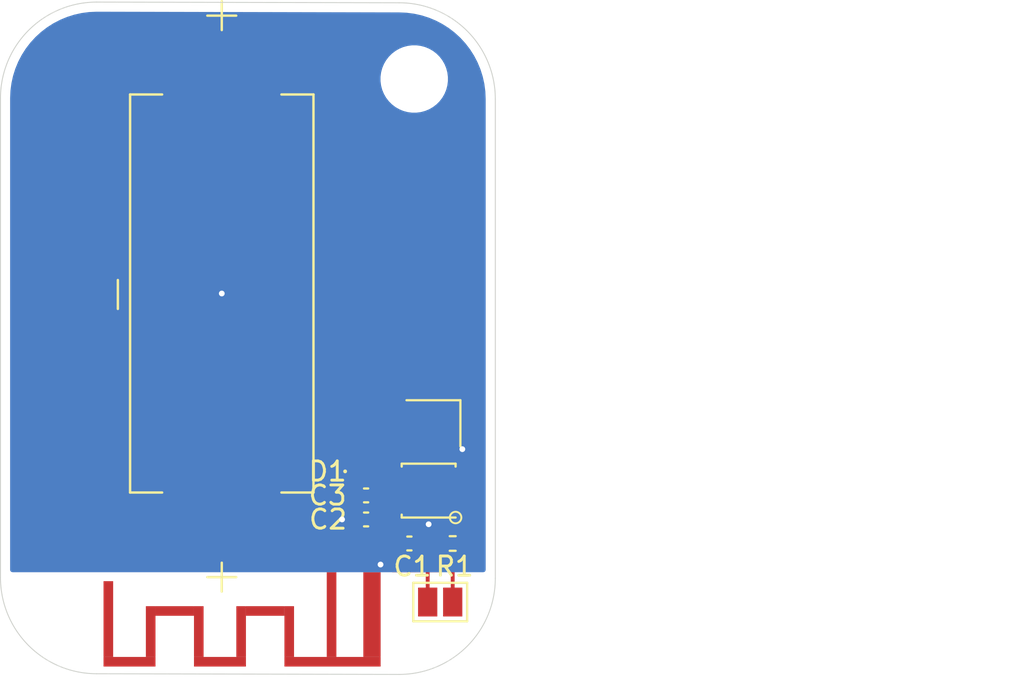
<source format=kicad_pcb>
(kicad_pcb (version 20240108) (generator "pcbnew") (generator_version "8.0")
  (layers (0 "F.Cu" signal) (31 "B.Cu" signal) (34 "B.Paste" user) (35 "F.Paste" user) (36 "B.SilkS" user "B.Silkscreen") (37 "F.SilkS" user "F.Silkscreen") (38 "B.Mask" user) (39 "F.Mask" user) (44 "Edge.Cuts" user))
  (net 0 "")
  (net 1 "Net-(U1-RF_TX)")
  (net 2 "GND")
  (net 3 "VCC")
  (net 4 "VDD")
  (net 5 "TXD")
  (net 6 "RXD")
  (net 7 "Net-(U1-XO_N)")
  (net 8 "Net-(U1-XO_P)")
  (net 9 "Net-(JP1-B)")
  (footprint "Capacitor_SMD:C_0402_1005Metric" (layer "F.Cu") (at 121.25 128.155 180)
    (property "Reference" "C1" (at -0.15 -1.195 0) (layer "F.SilkS"))
    (property "Value" "100n" (hide yes))
    (fp_line (start -0.107836 0.36) (end 0.107836 0.36) (stroke (width 0.12)) (layer "F.SilkS"))
    (fp_line (start -0.107836 -0.36) (end 0.107836 -0.36) (stroke (width 0.12)) (layer "F.SilkS"))
    (pad "1" smd roundrect (at -0.48 0 180) (size 0.56 0.62) (layers "F.Cu" "F.Paste" "F.Mask") (net 9 "Net-(JP1-B)"))
    (pad "2" smd roundrect (at 0.48 0 180) (size 0.56 0.62) (layers "F.Cu" "F.Paste" "F.Mask") (net 2 "GND"))
  )
  (footprint "Crystal:Crystal_SMD_SeikoEpson_FA128-4Pin_2.0x1.6mm" (layer "F.Cu") (at 122.5 121.905 180)
    (property "Reference" "Y1" (hide yes))
    (property "Value" "Crystal_26MHz" (hide yes))
    (fp_line (start -1.4 1.2) (end 1.4 1.2) (stroke (width 0.12)) (layer "F.SilkS"))
    (fp_line (start -1.4 -1.2) (end -1.4 1.2) (stroke (width 0.12)) (layer "F.SilkS"))
    (pad "1" smd roundrect (at -0.725 0.575 180) (size 0.95 0.85) (layers "F.Cu" "F.Paste" "F.Mask") (roundrect_rratio 0.12) (net 7 "Net-(U1-XO_N)"))
    (pad "2" smd roundrect (at 0.725 0.575 180) (size 0.95 0.85) (layers "F.Cu" "F.Paste" "F.Mask") (roundrect_rratio 0.12) (net 2 "GND"))
    (pad "3" smd roundrect (at 0.725 -0.575 180) (size 0.95 0.85) (layers "F.Cu" "F.Paste" "F.Mask") (roundrect_rratio 0.12) (net 8 "Net-(U1-XO_P)"))
    (pad "4" smd roundrect (at -0.725 -0.575 180) (size 0.95 0.85) (layers "F.Cu" "F.Paste" "F.Mask") (roundrect_rratio 0.12) (net 2 "GND"))
  )
  (footprint "project:rf_2.4ghz_pcb_antenna" (layer "F.Cu") (at 120.255 134.855 180)
    (property "Reference" "AE1" (hide yes))
    (property "Value" "Antenna_Loop" (hide yes))
    (fp_rect (start 14.4 0.8) (end 14.9 4.74) (fill solid) (layer "F.Cu"))
    (fp_rect (start 12.2 0.8) (end 12.7 3.44) (fill solid) (layer "F.Cu"))
    (fp_rect (start 12.2 0.3) (end 14.9 0.8) (fill solid) (layer "F.Cu"))
    (fp_rect (start 10.2 2.94) (end 12.2 3.44) (fill solid) (layer "F.Cu"))
    (fp_rect (start 9.7 0.8) (end 10.2 3.44) (fill solid) (layer "F.Cu"))
    (fp_rect (start 7.5 0.8) (end 8 3.44) (fill solid) (layer "F.Cu"))
    (fp_rect (start 7.5 0.3) (end 10.2 0.8) (fill solid) (layer "F.Cu"))
    (fp_rect (start 5.5 2.94) (end 7.5 3.44) (fill solid) (layer "F.Cu"))
    (fp_rect (start 5 0.8) (end 5.5 3.44) (fill solid) (layer "F.Cu"))
    (fp_rect (start 2.8 0.8) (end 3.3 5.2) (fill solid) (layer "F.Cu"))
    (fp_rect (start 0.5 0.8) (end 1.4 5.2) (fill solid) (layer "F.Cu"))
    (fp_rect (start 0.5 0.3) (end 5.5 0.8) (fill solid) (layer "F.Cu"))
    (pad "1" smd rect (at 3.05 5.45 180) (size 0.5 0.5) (layers "F.Cu" "F.Paste" "F.Mask") (net 1 "Net-(U1-RF_TX)"))
    (pad "2" smd rect (at 0.95 5.45 270) (size 0.5 0.9) (layers "F.Cu" "F.Paste" "F.Mask") (net 2 "GND"))
    (zone (net 0) (net_name "") (layers "*.Cu") (connect_pads (clearance 0)) (min_thickness 0.25)
      (keepout (tracks not_allowed) (vias not_allowed) (pads not_allowed) (copperpour not_allowed) (footprints allowed))
      (fill (thermal_gap 0.5) (thermal_bridge_width 0.5))
      (polygon (pts (xy 120.255 134.855) (xy 120.255 129.655) (xy 105.055 129.655) (xy 105.055 134.855)))
    )
  )
  (footprint "project:BAT_BC-2003" (layer "F.Cu") (at 111.5 115.155 90)
    (property "Reference" "BT1" (hide yes))
    (property "Value" "Battery_Cell" (hide yes))
    (fp_line (start -0.8 -5.4) (end 0.7 -5.4) (stroke (width 0.127)) (layer "F.SilkS"))
    (fp_line (start 10.35 -4.765) (end 10.35 -3.1) (stroke (width 0.127)) (layer "F.SilkS"))
    (fp_line (start -10.35 -4.765) (end 10.35 -4.765) (stroke (width 0.127)) (layer "F.SilkS"))
    (fp_line (start -10.35 -3.1) (end -10.35 -4.765) (stroke (width 0.127)) (layer "F.SilkS"))
    (fp_line (start 13.7 0) (end 15.2 0) (stroke (width 0.127)) (layer "F.SilkS"))
    (fp_line (start -15.5 0) (end -14 0) (stroke (width 0.127)) (layer "F.SilkS"))
    (fp_line (start 14.45 0.75) (end 14.45 -0.75) (stroke (width 0.127)) (layer "F.SilkS"))
    (fp_line (start -14.75 0.75) (end -14.75 -0.75) (stroke (width 0.127)) (layer "F.SilkS"))
    (fp_line (start 10.35 3.1) (end 10.35 4.765) (stroke (width 0.127)) (layer "F.SilkS"))
    (fp_line (start 10.35 4.765) (end -10.35 4.765) (stroke (width 0.127)) (layer "F.SilkS"))
    (fp_line (start -10.35 4.765) (end -10.35 3.1) (stroke (width 0.127)) (layer "F.SilkS"))
    (pad "1" smd rect (at -11.905 0 90) (size 2.6 5.56) (layers "F.Cu" "F.Paste" "F.Mask") (net 3 "VCC"))
    (pad "1" smd rect (at 11.905 0 90) (size 2.6 5.56) (layers "F.Cu" "F.Paste" "F.Mask") (net 3 "VCC"))
    (pad "2" smd rect (at 0 0 90) (size 7.8 5.96) (layers "F.Cu" "F.Mask") (net 2 "GND"))
  )
  (footprint "Capacitor_SMD:C_0402_1005Metric" (layer "F.Cu") (at 119 125.655 180)
    (property "Reference" "C3" (at 2 0 0) (layer "F.SilkS"))
    (property "Value" "100n" (hide yes))
    (fp_line (start -0.107836 0.36) (end 0.107836 0.36) (stroke (width 0.12)) (layer "F.SilkS"))
    (fp_line (start -0.107836 -0.36) (end 0.107836 -0.36) (stroke (width 0.12)) (layer "F.SilkS"))
    (pad "1" smd roundrect (at -0.48 0 180) (size 0.56 0.62) (layers "F.Cu" "F.Paste" "F.Mask") (net 3 "VCC"))
    (pad "2" smd roundrect (at 0.48 0 180) (size 0.56 0.62) (layers "F.Cu" "F.Paste" "F.Mask") (net 2 "GND"))
  )
  (footprint "MountingHole:MountingHole_3mm" (layer "F.Cu") (at 121.5 104)
    (property "Reference" "REF**" (hide yes))
    (property "Value" "MountingHole_3mm" (hide yes))
    (pad "" np_thru_hole circle (at 0 0) (size 3 3) (drill 3) (layers "*.Cu" "*.Mask"))
  )
  (footprint "Resistor_SMD:R_0402_1005Metric" (layer "F.Cu") (at 123.5 128.155 180)
    (property "Reference" "R1" (at -0.1 -1.195 0) (layer "F.SilkS"))
    (property "Value" "10k" (hide yes))
    (fp_line (start -0.153641 0.38) (end 0.153641 0.38) (stroke (width 0.12)) (layer "F.SilkS"))
    (fp_line (start -0.153641 -0.38) (end 0.153641 -0.38) (stroke (width 0.12)) (layer "F.SilkS"))
    (pad "1" smd roundrect (at -0.51 0 180) (size 0.54 0.64) (layers "F.Cu" "F.Paste" "F.Mask") (net 3 "VCC"))
    (pad "2" smd roundrect (at 0.51 0 180) (size 0.54 0.64) (layers "F.Cu" "F.Paste" "F.Mask") (net 9 "Net-(JP1-B)"))
  )
  (footprint "project:pogo_4" (layer "F.Cu") (at 123 111.13 -90)
    (property "Reference" "J1" (hide yes))
    (property "Value" "PROGRAMMING_POGO" (hide yes))
    (pad "1" smd circle (at 0 0 270) (size 1.8 1.8) (layers "F.Cu" "F.Paste" "F.Mask") (net 4 "VDD"))
    (pad "2" smd circle (at 2.54 0 270) (size 1.8 1.8) (layers "F.Cu" "F.Paste" "F.Mask") (net 6 "RXD"))
    (pad "3" smd circle (at 5.079999 0 270) (size 1.8 1.8) (layers "F.Cu" "F.Paste" "F.Mask") (net 5 "TXD"))
    (pad "4" smd circle (at 7.62 0 270) (size 1.8 1.8) (layers "F.Cu" "F.Paste" "F.Mask") (net 2 "GND"))
  )
  (footprint "Jumper:SolderJumper-2_P1.3mm_Open_Pad1.0x1.5mm" (layer "F.Cu") (at 122.85 131.2)
    (property "Reference" "JP1" (hide yes))
    (property "Value" "SolderJumper_2_Open" (hide yes))
    (fp_line (start -1.4 -1) (end 1.4 -1) (stroke (width 0.12)) (layer "F.SilkS"))
    (fp_line (start -1.4 1) (end -1.4 -1) (stroke (width 0.12)) (layer "F.SilkS"))
    (fp_line (start 1.4 -1) (end 1.4 1) (stroke (width 0.12)) (layer "F.SilkS"))
    (fp_line (start 1.4 1) (end -1.4 1) (stroke (width 0.12)) (layer "F.SilkS"))
    (pad "1" smd rect (at -0.65 0) (size 1 1.5) (layers "F.Cu" "F.Mask") (net 2 "GND"))
    (pad "2" smd rect (at 0.65 0) (size 1 1.5) (layers "F.Cu" "F.Mask") (net 9 "Net-(JP1-B)"))
  )
  (footprint "Diode_SMD:D_0402_1005Metric" (layer "F.Cu") (at 119 124.405)
    (property "Reference" "D1" (at -2 0 0) (layer "F.SilkS"))
    (property "Value" "D" (hide yes))
    (fp_circle (center -1.09 0) (end -1.04 0) (stroke (width 0.1)) (fill none) (layer "F.SilkS"))
    (pad "1" smd roundrect (at -0.485 0) (size 0.59 0.64) (layers "F.Cu" "F.Paste" "F.Mask") (net 3 "VCC"))
    (pad "2" smd roundrect (at 0.485 0) (size 0.59 0.64) (layers "F.Cu" "F.Paste" "F.Mask") (net 4 "VDD"))
  )
  (footprint "project:QFN-8_EP_2.5x2.5_Pitch0.5mm" (layer "F.Cu") (at 122.25 125.405 180)
    (property "Reference" "U1" (hide yes))
    (property "Value" "~" (hide yes))
    (fp_line (start 1.4 1.4) (end 1.4 1.25) (stroke (width 0.12)) (layer "F.SilkS"))
    (fp_line (start 1.4 -1.4) (end 1.4 -1.25) (stroke (width 0.12)) (layer "F.SilkS"))
    (fp_line (start -1.4 1.4) (end 1.4 1.4) (stroke (width 0.12)) (layer "F.SilkS"))
    (fp_line (start -1.4 1.25) (end -1.4 1.4) (stroke (width 0.12)) (layer "F.SilkS"))
    (fp_line (start -1.4 -1.4) (end 1.4 -1.4) (stroke (width 0.12)) (layer "F.SilkS"))
    (pad "1" smd oval (at -1.25 -0.75 270) (size 0.2 0.6) (layers "F.Cu" "F.Paste" "F.Mask") (net 9 "Net-(JP1-B)"))
    (pad "2" smd oval (at -1.25 -0.25 270) (size 0.2 0.6) (layers "F.Cu" "F.Paste" "F.Mask") (net 7 "Net-(U1-XO_N)"))
    (pad "3" smd oval (at -1.25 0.25 270) (size 0.2 0.6) (layers "F.Cu" "F.Paste" "F.Mask") (net 8 "Net-(U1-XO_P)"))
    (pad "4" smd oval (at -1.25 0.75 270) (size 0.2 0.6) (layers "F.Cu" "F.Paste" "F.Mask") (net 5 "TXD"))
    (pad "5" smd oval (at 1.2 0.75 270) (size 0.2 0.6) (layers "F.Cu" "F.Paste" "F.Mask") (net 6 "RXD"))
    (pad "6" smd oval (at 1.2 0.25 270) (size 0.2 0.6) (layers "F.Cu" "F.Paste" "F.Mask") (net 4 "VDD"))
    (pad "7" smd oval (at 1.2 -0.25 270) (size 0.2 0.6) (layers "F.Cu" "F.Paste" "F.Mask") (net 3 "VCC"))
    (pad "8" smd oval (at 1.2 -0.75 270) (size 0.2 0.6) (layers "F.Cu" "F.Paste" "F.Mask") (net 1 "Net-(U1-RF_TX)"))
    (pad "9" smd rect (at 0 0 180) (size 1.3 1.9) (layers "F.Cu" "F.Mask") (net 2 "GND"))
  )
  (footprint "Capacitor_SMD:C_0402_1005Metric" (layer "F.Cu") (at 119 126.905 180)
    (property "Reference" "C2" (at 1.98 0 0) (layer "F.SilkS"))
    (property "Value" "10u" (hide yes))
    (fp_line (start -0.107836 0.36) (end 0.107836 0.36) (stroke (width 0.12)) (layer "F.SilkS"))
    (fp_line (start -0.107836 -0.36) (end 0.107836 -0.36) (stroke (width 0.12)) (layer "F.SilkS"))
    (pad "1" smd roundrect (at -0.48 0 180) (size 0.56 0.62) (layers "F.Cu" "F.Paste" "F.Mask") (net 3 "VCC"))
    (pad "2" smd roundrect (at 0.48 0 180) (size 0.56 0.62) (layers "F.Cu" "F.Paste" "F.Mask") (net 2 "GND"))
  )
  (gr_circle (center 123.65 126.805) (end 123.95 126.8) (stroke (width 0.1)) (fill none) (layer "F.SilkS"))
  (gr_arc (start 120.714466 100.035534) (mid 124.25 101.5) (end 125.714466 105.035534) (stroke (width 0.05)) (layer "Edge.Cuts"))
  (gr_line (start 120.714466 100.035534) (end 105 100) (stroke (width 0.05)) (layer "Edge.Cuts"))
  (gr_arc (start 105 134.928932) (mid 101.464465 133.464466) (end 100 129.928932) (stroke (width 0.05)) (layer "Edge.Cuts"))
  (gr_line (start 100 105) (end 100 129.928932) (stroke (width 0.05)) (layer "Edge.Cuts"))
  (gr_arc (start 100 105) (mid 101.464466 101.464466) (end 105 100) (stroke (width 0.05)) (layer "Edge.Cuts"))
  (gr_arc (start 125.714466 129.964466) (mid 124.25 133.5) (end 120.714466 134.964466) (stroke (width 0.05)) (layer "Edge.Cuts"))
  (gr_line (start 125.714466 129.964466) (end 125.714466 105.035534) (stroke (width 0.05)) (layer "Edge.Cuts"))
  (gr_line (start 105 134.928932) (end 120.714466 134.964466) (stroke (width 0.05)) (layer "Edge.Cuts"))
  (segment (start 118.001471 129.355) (end 117.205 129.355) (width 0.2) (layer "F.Cu") (net 1))
  (segment (start 121.05 126.306471) (end 118.001471 129.355) (width 0.2) (layer "F.Cu") (net 1))
  (segment (start 121.05 126.155) (end 121.05 126.306471) (width 0.2) (layer "F.Cu") (net 1))
  (segment (start 123.23 122.48) (end 124 123.25) (width 0.2) (layer "F.Cu") (net 2))
  (segment (start 118.52 126.905) (end 117.75 126.905) (width 0.2) (layer "F.Cu") (net 2))
  (segment (start 123.075 122.48) (end 121.925 121.33) (width 0.2) (layer "F.Cu") (net 2))
  (segment (start 123.225 122.48) (end 123.23 122.48) (width 0.2) (layer "F.Cu") (net 2))
  (segment (start 123.225 122.48) (end 123.075 122.48) (width 0.2) (layer "F.Cu") (net 2))
  (segment (start 121.77 127.155) (end 122.25 127.155) (width 0.2) (layer "F.Cu") (net 2))
  (segment (start 121.775 119.975) (end 123 118.75) (width 0.2) (layer "F.Cu") (net 2))
  (segment (start 122.2 129.585) (end 120.77 128.155) (width 0.2) (layer "F.Cu") (net 2))
  (segment (start 120.77 128.155) (end 121.77 127.155) (width 0.2) (layer "F.Cu") (net 2))
  (segment (start 122.25 125.405) (end 122.25 127.155) (width 0.2) (layer "F.Cu") (net 2))
  (segment (start 122.2 131.2) (end 122.2 129.585) (width 0.2) (layer "F.Cu") (net 2))
  (segment (start 121.925 121.33) (end 121.775 121.33) (width 0.2) (layer "F.Cu") (net 2))
  (segment (start 118.52 126.905) (end 118.52 125.655) (width 0.2) (layer "F.Cu") (net 2))
  (segment (start 121.775 121.33) (end 121.775 119.975) (width 0.2) (layer "F.Cu") (net 2))
  (via (at 122.25 127.155) (size 0.6) (drill 0.3) (layers "F.Cu" "B.Cu") (net 2))
  (via (at 119.75 129.25) (size 0.6) (drill 0.3) (layers "F.Cu" "B.Cu") (net 2))
  (via (at 124 123.25) (size 0.6) (drill 0.3) (layers "F.Cu" "B.Cu") (net 2))
  (via (at 117.75 126.905) (size 0.6) (drill 0.3) (layers "F.Cu" "B.Cu") (net 2))
  (via (at 111.5 115.155) (size 0.6) (drill 0.3) (layers "F.Cu" "B.Cu") (net 2))
  (segment (start 106.7 122.26) (end 106.7 108.05) (width 0.2) (layer "F.Cu") (net 3))
  (segment (start 111.955 127.515) (end 118.87 127.515) (width 0.2) (layer "F.Cu") (net 3))
  (segment (start 116.817057 103.25) (end 111.5 103.25) (width 0.2) (layer "F.Cu") (net 3))
  (segment (start 111.5 127.06) (end 106.7 122.26) (width 0.2) (layer "F.Cu") (net 3))
  (segment (start 124.01 128.155) (end 125 127.165) (width 0.2) (layer "F.Cu") (net 3))
  (segment (start 119.48 126.905) (end 119.48 125.655) (width 0.2) (layer "F.Cu") (net 3))
  (segment (start 118.515 124.69) (end 119.48 125.655) (width 0.2) (layer "F.Cu") (net 3))
  (segment (start 125 111.432943) (end 116.817057 103.25) (width 0.2) (layer "F.Cu") (net 3))
  (segment (start 125 127.165) (end 125 111.432943) (width 0.2) (layer "F.Cu") (net 3))
  (segment (start 106.7 108.05) (end 111.5 103.25) (width 0.2) (layer "F.Cu") (net 3))
  (segment (start 121.05 125.655) (end 119.48 125.655) (width 0.2) (layer "F.Cu") (net 3))
  (segment (start 111.5 127.06) (end 111.955 127.515) (width 0.2) (layer "F.Cu") (net 3))
  (segment (start 118.87 127.515) (end 119.48 126.905) (width 0.2) (layer "F.Cu") (net 3))
  (segment (start 119.95 114.18) (end 123 111.13) (width 0.2) (layer "F.Cu") (net 4))
  (segment (start 120.235 125.155) (end 121.05 125.155) (width 0.2) (layer "F.Cu") (net 4))
  (segment (start 119.95 123.8) (end 119.95 114.18) (width 0.2) (layer "F.Cu") (net 4))
  (segment (start 119.485 124.405) (end 120.235 125.155) (width 0.2) (layer "F.Cu") (net 4))
  (segment (start 119.485 124.265) (end 119.95 123.8) (width 0.2) (layer "F.Cu") (net 4))
  (segment (start 119.485 124.405) (end 119.485 124.265) (width 0.2) (layer "F.Cu") (net 4))
  (segment (start 120.75 118.459999) (end 123 116.209999) (width 0.2) (layer "F.Cu") (net 5))
  (segment (start 123.8 124.655) (end 123.5 124.655) (width 0.2) (layer "F.Cu") (net 5))
  (segment (start 123.5 124.455001) (end 123.099999 124.055) (width 0.2) (layer "F.Cu") (net 5))
  (segment (start 123.5 124.655) (end 123.5 124.455001) (width 0.2) (layer "F.Cu") (net 5))
  (segment (start 123.099999 124.055) (end 122.08266 124.055) (width 0.2) (layer "F.Cu") (net 5))
  (segment (start 120.75 122.72234) (end 120.75 118.459999) (width 0.2) (layer "F.Cu") (net 5))
  (segment (start 122.08266 124.055) (end 120.75 122.72234) (width 0.2) (layer "F.Cu") (net 5))
  (segment (start 120.35 123.955) (end 120.35 116.32) (width 0.2) (layer "F.Cu") (net 6))
  (segment (start 120.35 116.32) (end 123 113.67) (width 0.2) (layer "F.Cu") (net 6))
  (segment (start 121.05 124.655) (end 120.35 123.955) (width 0.2) (layer "F.Cu") (net 6))
  (segment (start 124.6 124.986371) (end 124.6 122.230001) (width 0.2) (layer "F.Cu") (net 7))
  (segment (start 124.6 122.230001) (end 123.699999 121.33) (width 0.2) (layer "F.Cu") (net 7))
  (segment (start 123.931371 125.655) (end 124.6 124.986371) (width 0.2) (layer "F.Cu") (net 7))
  (segment (start 123.5 125.655) (end 123.931371 125.655) (width 0.2) (layer "F.Cu") (net 7))
  (segment (start 123.699999 121.33) (end 123.225 121.33) (width 0.2) (layer "F.Cu") (net 7))
  (segment (start 124.2 124.820685) (end 124.2 124.489315) (width 0.2) (layer "F.Cu") (net 8))
  (segment (start 123.365685 123.655) (end 122.95 123.655) (width 0.2) (layer "F.Cu") (net 8))
  (segment (start 122.95 123.655) (end 121.775 122.48) (width 0.2) (layer "F.Cu") (net 8))
  (segment (start 123.5 125.155) (end 123.865685 125.155) (width 0.2) (layer "F.Cu") (net 8))
  (segment (start 124.2 124.489315) (end 123.365685 123.655) (width 0.2) (layer "F.Cu") (net 8))
  (segment (start 123.865685 125.155) (end 124.2 124.820685) (width 0.2) (layer "F.Cu") (net 8))
  (segment (start 123.5 131.2) (end 123.5 128.665) (width 0.2) (layer "F.Cu") (net 9))
  (segment (start 123.5 128.665) (end 122.99 128.155) (width 0.2) (layer "F.Cu") (net 9))
  (segment (start 121.73 128.155) (end 122.99 128.155) (width 0.2) (layer "F.Cu") (net 9))
  (segment (start 123.5 126.155) (end 123.5 127.645) (width 0.2) (layer "F.Cu") (net 9))
  (segment (start 123.5 127.645) (end 122.99 128.155) (width 0.2) (layer "F.Cu") (net 9))
  (zone (net 2) (net_name "GND") (layers "F&B.Cu") (connect_pads (clearance 0.5)) (min_thickness 0.25) (fill yes (thermal_gap 0.5) (thermal_bridge_width 0.5))
    (polygon (pts (xy 100 100) (xy 125.75 100) (xy 125.75 129.65) (xy 100 129.65)))
  )
)
</source>
